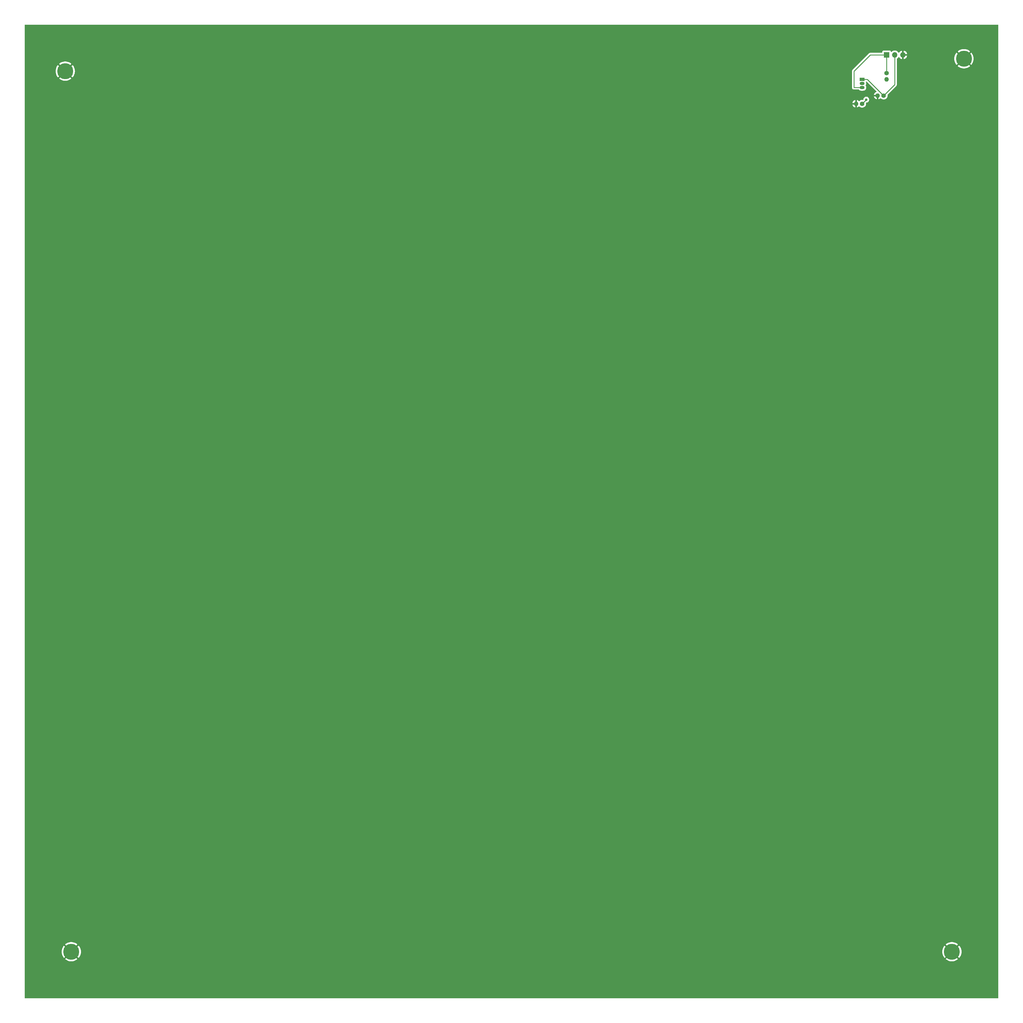
<source format=gbr>
%TF.GenerationSoftware,KiCad,Pcbnew,8.0.0*%
%TF.CreationDate,2024-03-19T23:38:46-04:00*%
%TF.ProjectId,WaterSensor,57617465-7253-4656-9e73-6f722e6b6963,rev?*%
%TF.SameCoordinates,Original*%
%TF.FileFunction,Copper,L2,Bot*%
%TF.FilePolarity,Positive*%
%FSLAX46Y46*%
G04 Gerber Fmt 4.6, Leading zero omitted, Abs format (unit mm)*
G04 Created by KiCad (PCBNEW 8.0.0) date 2024-03-19 23:38:46*
%MOMM*%
%LPD*%
G01*
G04 APERTURE LIST*
%TA.AperFunction,ComponentPad*%
%ADD10C,0.800000*%
%TD*%
%TA.AperFunction,ComponentPad*%
%ADD11C,5.000000*%
%TD*%
%TA.AperFunction,ComponentPad*%
%ADD12C,1.400000*%
%TD*%
%TA.AperFunction,ComponentPad*%
%ADD13O,1.400000X1.400000*%
%TD*%
%TA.AperFunction,ComponentPad*%
%ADD14R,1.700000X1.700000*%
%TD*%
%TA.AperFunction,ComponentPad*%
%ADD15O,1.700000X1.700000*%
%TD*%
%TA.AperFunction,ComponentPad*%
%ADD16R,1.500000X1.050000*%
%TD*%
%TA.AperFunction,ComponentPad*%
%ADD17O,1.500000X1.050000*%
%TD*%
%TA.AperFunction,ViaPad*%
%ADD18C,0.800000*%
%TD*%
%TA.AperFunction,Conductor*%
%ADD19C,0.250000*%
%TD*%
G04 APERTURE END LIST*
D10*
%TO.P,H2,1,1*%
%TO.N,GND*%
X138490000Y-60960000D03*
X139039175Y-59634175D03*
X139039175Y-62285825D03*
X140365000Y-59085000D03*
D11*
X140365000Y-60960000D03*
D10*
X140365000Y-62835000D03*
X141690825Y-59634175D03*
X141690825Y-62285825D03*
X142240000Y-60960000D03*
%TD*%
%TO.P,H4,1,1*%
%TO.N,GND*%
X140365000Y-335280000D03*
X140914175Y-333954175D03*
X140914175Y-336605825D03*
X142240000Y-333405000D03*
D11*
X142240000Y-335280000D03*
D10*
X142240000Y-337155000D03*
X143565825Y-333954175D03*
X143565825Y-336605825D03*
X144115000Y-335280000D03*
%TD*%
%TO.P,H1,1,1*%
%TO.N,GND*%
X418439175Y-57094175D03*
X418988350Y-55768350D03*
X418988350Y-58420000D03*
X420314175Y-55219175D03*
D11*
X420314175Y-57094175D03*
D10*
X420314175Y-58969175D03*
X421640000Y-55768350D03*
X421640000Y-58420000D03*
X422189175Y-57094175D03*
%TD*%
%TO.P,H3,1,1*%
%TO.N,GND*%
X414685000Y-335280000D03*
X415234175Y-333954175D03*
X415234175Y-336605825D03*
X416560000Y-333405000D03*
D11*
X416560000Y-335280000D03*
D10*
X416560000Y-337155000D03*
X417885825Y-333954175D03*
X417885825Y-336605825D03*
X418435000Y-335280000D03*
%TD*%
D12*
%TO.P,R2,1*%
%TO.N,SIG*%
X395327500Y-68580000D03*
D13*
%TO.P,R2,2*%
%TO.N,GND*%
X393427500Y-68580000D03*
%TD*%
D14*
%TO.P,J2,1,Pin_1*%
%TO.N,+5V*%
X396240000Y-55880000D03*
D15*
%TO.P,J2,2,Pin_2*%
%TO.N,SIG*%
X398780000Y-55880000D03*
%TO.P,J2,3,Pin_3*%
%TO.N,GND*%
X401320000Y-55880000D03*
%TD*%
D12*
%TO.P,R3,1*%
%TO.N,PWR_SENSE*%
X388620000Y-71120000D03*
D13*
%TO.P,R3,2*%
%TO.N,GND*%
X386720000Y-71120000D03*
%TD*%
D12*
%TO.P,R1,1*%
%TO.N,+5V*%
X396240000Y-61600000D03*
D13*
%TO.P,R1,2*%
%TO.N,PWR_SENSE*%
X396240000Y-63500000D03*
%TD*%
D16*
%TO.P,Q1,1,E*%
%TO.N,SIG*%
X388620006Y-63500000D03*
D17*
%TO.P,Q1,2,B*%
%TO.N,BASE_SENSE*%
X388620006Y-64770000D03*
%TO.P,Q1,3,C*%
%TO.N,+5V*%
X388620006Y-66040000D03*
%TD*%
D18*
%TO.N,PWR_SENSE*%
X389890000Y-69850000D03*
%TD*%
D19*
%TO.N,SIG*%
X398780000Y-55880000D02*
X398780000Y-65127500D01*
X390247500Y-63500000D02*
X388620006Y-63500000D01*
X398780000Y-65127500D02*
X395327500Y-68580000D01*
X395327500Y-68580000D02*
X390247500Y-63500000D01*
%TO.N,+5V*%
X391160000Y-55880000D02*
X386080000Y-60960000D01*
X396240000Y-55880000D02*
X391160000Y-55880000D01*
X396240000Y-55880000D02*
X396240000Y-61600000D01*
X386080000Y-66040000D02*
X388620006Y-66040000D01*
X386080000Y-60960000D02*
X386080000Y-66040000D01*
%TO.N,PWR_SENSE*%
X388620000Y-71120000D02*
X389890000Y-69850000D01*
%TD*%
%TA.AperFunction,Conductor*%
%TO.N,GND*%
G36*
X430992539Y-46490185D02*
G01*
X431038294Y-46542989D01*
X431049500Y-46594500D01*
X431049500Y-349645500D01*
X431029815Y-349712539D01*
X430977011Y-349758294D01*
X430925500Y-349769500D01*
X127874500Y-349769500D01*
X127807461Y-349749815D01*
X127761706Y-349697011D01*
X127750500Y-349645500D01*
X127750500Y-335280003D01*
X139234916Y-335280003D01*
X139255235Y-335628869D01*
X139255236Y-335628880D01*
X139315914Y-335973002D01*
X139315916Y-335973011D01*
X139416145Y-336307800D01*
X139554555Y-336628670D01*
X139554561Y-336628683D01*
X139729289Y-336931322D01*
X139937967Y-337211625D01*
X139946148Y-337220296D01*
X141196319Y-335970124D01*
X141286554Y-336094320D01*
X141425680Y-336233446D01*
X141549873Y-336323678D01*
X140302818Y-337570733D01*
X140302819Y-337570734D01*
X140445484Y-337690445D01*
X140737461Y-337882480D01*
X141049739Y-338039314D01*
X141049745Y-338039316D01*
X141378130Y-338158838D01*
X141378133Y-338158839D01*
X141718171Y-338239429D01*
X142065276Y-338279999D01*
X142065277Y-338280000D01*
X142414723Y-338280000D01*
X142414723Y-338279999D01*
X142761827Y-338239429D01*
X142761829Y-338239429D01*
X143101866Y-338158839D01*
X143101869Y-338158838D01*
X143430254Y-338039316D01*
X143430260Y-338039314D01*
X143742538Y-337882480D01*
X144034509Y-337690449D01*
X144034510Y-337690448D01*
X144177179Y-337570734D01*
X144177180Y-337570733D01*
X142930126Y-336323678D01*
X143054320Y-336233446D01*
X143193446Y-336094320D01*
X143283678Y-335970126D01*
X144533849Y-337220297D01*
X144533851Y-337220296D01*
X144542022Y-337211636D01*
X144542033Y-337211623D01*
X144750710Y-336931322D01*
X144925438Y-336628683D01*
X144925444Y-336628670D01*
X145063854Y-336307800D01*
X145164083Y-335973011D01*
X145164085Y-335973002D01*
X145224763Y-335628880D01*
X145224764Y-335628869D01*
X145245084Y-335280003D01*
X413554916Y-335280003D01*
X413575235Y-335628869D01*
X413575236Y-335628880D01*
X413635914Y-335973002D01*
X413635916Y-335973011D01*
X413736145Y-336307800D01*
X413874555Y-336628670D01*
X413874561Y-336628683D01*
X414049289Y-336931322D01*
X414257967Y-337211625D01*
X414266148Y-337220296D01*
X415516320Y-335970125D01*
X415606554Y-336094320D01*
X415745680Y-336233446D01*
X415869873Y-336323678D01*
X414622818Y-337570733D01*
X414622819Y-337570734D01*
X414765484Y-337690445D01*
X415057461Y-337882480D01*
X415369739Y-338039314D01*
X415369745Y-338039316D01*
X415698130Y-338158838D01*
X415698133Y-338158839D01*
X416038171Y-338239429D01*
X416385276Y-338279999D01*
X416385277Y-338280000D01*
X416734723Y-338280000D01*
X416734723Y-338279999D01*
X417081827Y-338239429D01*
X417081829Y-338239429D01*
X417421866Y-338158839D01*
X417421869Y-338158838D01*
X417750254Y-338039316D01*
X417750260Y-338039314D01*
X418062538Y-337882480D01*
X418354509Y-337690449D01*
X418354510Y-337690448D01*
X418497179Y-337570734D01*
X418497180Y-337570733D01*
X417250126Y-336323678D01*
X417374320Y-336233446D01*
X417513446Y-336094320D01*
X417603678Y-335970126D01*
X418853849Y-337220297D01*
X418853851Y-337220296D01*
X418862022Y-337211636D01*
X418862033Y-337211623D01*
X419070710Y-336931322D01*
X419245438Y-336628683D01*
X419245444Y-336628670D01*
X419383854Y-336307800D01*
X419484083Y-335973011D01*
X419484085Y-335973002D01*
X419544763Y-335628880D01*
X419544764Y-335628869D01*
X419565084Y-335280003D01*
X419565084Y-335279996D01*
X419544764Y-334931130D01*
X419544763Y-334931119D01*
X419484085Y-334586997D01*
X419484083Y-334586988D01*
X419383854Y-334252199D01*
X419245444Y-333931329D01*
X419245438Y-333931316D01*
X419070710Y-333628677D01*
X418862032Y-333348374D01*
X418853850Y-333339702D01*
X417603678Y-334589873D01*
X417513446Y-334465680D01*
X417374320Y-334326554D01*
X417250125Y-334236320D01*
X418497180Y-332989265D01*
X418497179Y-332989264D01*
X418354519Y-332869557D01*
X418062538Y-332677519D01*
X417750260Y-332520685D01*
X417750254Y-332520683D01*
X417421869Y-332401161D01*
X417421866Y-332401160D01*
X417081828Y-332320570D01*
X416734723Y-332280000D01*
X416385277Y-332280000D01*
X416038172Y-332320570D01*
X416038170Y-332320570D01*
X415698133Y-332401160D01*
X415698130Y-332401161D01*
X415369745Y-332520683D01*
X415369739Y-332520685D01*
X415057461Y-332677519D01*
X414765480Y-332869557D01*
X414622819Y-332989264D01*
X414622818Y-332989265D01*
X415869874Y-334236320D01*
X415745680Y-334326554D01*
X415606554Y-334465680D01*
X415516320Y-334589873D01*
X414266148Y-333339701D01*
X414266147Y-333339702D01*
X414257976Y-333348363D01*
X414257972Y-333348368D01*
X414049289Y-333628677D01*
X413874561Y-333931316D01*
X413874555Y-333931329D01*
X413736145Y-334252199D01*
X413635916Y-334586988D01*
X413635914Y-334586997D01*
X413575236Y-334931119D01*
X413575235Y-334931130D01*
X413554916Y-335279996D01*
X413554916Y-335280003D01*
X145245084Y-335280003D01*
X145245084Y-335279996D01*
X145224764Y-334931130D01*
X145224763Y-334931119D01*
X145164085Y-334586997D01*
X145164083Y-334586988D01*
X145063854Y-334252199D01*
X144925444Y-333931329D01*
X144925438Y-333931316D01*
X144750710Y-333628677D01*
X144542032Y-333348374D01*
X144533850Y-333339702D01*
X143283678Y-334589873D01*
X143193446Y-334465680D01*
X143054320Y-334326554D01*
X142930125Y-334236320D01*
X144177180Y-332989265D01*
X144177179Y-332989264D01*
X144034519Y-332869557D01*
X143742538Y-332677519D01*
X143430260Y-332520685D01*
X143430254Y-332520683D01*
X143101869Y-332401161D01*
X143101866Y-332401160D01*
X142761828Y-332320570D01*
X142414723Y-332280000D01*
X142065277Y-332280000D01*
X141718172Y-332320570D01*
X141718170Y-332320570D01*
X141378133Y-332401160D01*
X141378130Y-332401161D01*
X141049745Y-332520683D01*
X141049739Y-332520685D01*
X140737461Y-332677519D01*
X140445480Y-332869557D01*
X140302819Y-332989264D01*
X140302818Y-332989265D01*
X141549874Y-334236320D01*
X141425680Y-334326554D01*
X141286554Y-334465680D01*
X141196320Y-334589873D01*
X139946148Y-333339701D01*
X139946147Y-333339702D01*
X139937976Y-333348363D01*
X139937972Y-333348368D01*
X139729289Y-333628677D01*
X139554561Y-333931316D01*
X139554555Y-333931329D01*
X139416145Y-334252199D01*
X139315916Y-334586988D01*
X139315914Y-334586997D01*
X139255236Y-334931119D01*
X139255235Y-334931130D01*
X139234916Y-335279996D01*
X139234916Y-335280003D01*
X127750500Y-335280003D01*
X127750500Y-71370000D01*
X385543505Y-71370000D01*
X385596239Y-71555349D01*
X385695368Y-71754425D01*
X385829391Y-71931900D01*
X385993738Y-72081721D01*
X386182820Y-72198797D01*
X386182822Y-72198798D01*
X386390195Y-72279135D01*
X386470000Y-72294052D01*
X386470000Y-71370000D01*
X385543505Y-71370000D01*
X127750500Y-71370000D01*
X127750500Y-71166078D01*
X386370000Y-71166078D01*
X386393852Y-71255095D01*
X386439930Y-71334905D01*
X386505095Y-71400070D01*
X386584905Y-71446148D01*
X386673922Y-71470000D01*
X386766078Y-71470000D01*
X386855095Y-71446148D01*
X386934905Y-71400070D01*
X386970000Y-71364975D01*
X386970000Y-72294052D01*
X387049804Y-72279135D01*
X387257177Y-72198798D01*
X387257179Y-72198797D01*
X387446261Y-72081721D01*
X387581811Y-71958152D01*
X387644615Y-71927535D01*
X387714002Y-71935732D01*
X387753030Y-71962108D01*
X387840221Y-72049299D01*
X387840224Y-72049301D01*
X388013442Y-72170589D01*
X388205090Y-72259956D01*
X388409345Y-72314686D01*
X388559812Y-72327850D01*
X388619998Y-72333116D01*
X388620000Y-72333116D01*
X388620002Y-72333116D01*
X388672663Y-72328508D01*
X388830655Y-72314686D01*
X389034910Y-72259956D01*
X389226558Y-72170589D01*
X389399776Y-72049301D01*
X389549301Y-71899776D01*
X389670589Y-71726558D01*
X389759956Y-71534910D01*
X389814686Y-71330655D01*
X389833116Y-71120000D01*
X389814686Y-70909345D01*
X389814683Y-70909336D01*
X389813748Y-70904023D01*
X389821498Y-70834585D01*
X389865558Y-70780359D01*
X389931941Y-70758562D01*
X389935866Y-70758500D01*
X389985487Y-70758500D01*
X390172288Y-70718794D01*
X390346752Y-70641118D01*
X390501253Y-70528866D01*
X390629040Y-70386944D01*
X390724527Y-70221556D01*
X390783542Y-70039928D01*
X390803504Y-69850000D01*
X390783542Y-69660072D01*
X390724527Y-69478444D01*
X390629040Y-69313056D01*
X390501253Y-69171134D01*
X390346752Y-69058882D01*
X390172288Y-68981206D01*
X390172286Y-68981205D01*
X389985487Y-68941500D01*
X389794513Y-68941500D01*
X389607714Y-68981205D01*
X389433246Y-69058883D01*
X389278745Y-69171135D01*
X389150959Y-69313057D01*
X389055473Y-69478443D01*
X389055470Y-69478450D01*
X388996872Y-69658797D01*
X388996458Y-69660072D01*
X388984412Y-69774684D01*
X388979970Y-69816946D01*
X388953385Y-69881561D01*
X388896088Y-69921545D01*
X388835126Y-69926102D01*
X388830655Y-69925314D01*
X388620002Y-69906884D01*
X388619998Y-69906884D01*
X388409350Y-69925313D01*
X388409339Y-69925315D01*
X388205097Y-69980041D01*
X388205088Y-69980045D01*
X388013443Y-70069410D01*
X388013441Y-70069411D01*
X387840221Y-70190700D01*
X387753030Y-70277892D01*
X387691707Y-70311377D01*
X387622015Y-70306393D01*
X387581811Y-70281848D01*
X387446261Y-70158278D01*
X387257179Y-70041202D01*
X387257177Y-70041201D01*
X387049799Y-69960864D01*
X386970000Y-69945946D01*
X386970000Y-70875025D01*
X386934905Y-70839930D01*
X386855095Y-70793852D01*
X386766078Y-70770000D01*
X386673922Y-70770000D01*
X386584905Y-70793852D01*
X386505095Y-70839930D01*
X386439930Y-70905095D01*
X386393852Y-70984905D01*
X386370000Y-71073922D01*
X386370000Y-71166078D01*
X127750500Y-71166078D01*
X127750500Y-70870000D01*
X385543505Y-70870000D01*
X386470000Y-70870000D01*
X386470000Y-69945946D01*
X386390200Y-69960864D01*
X386182822Y-70041201D01*
X386182820Y-70041202D01*
X385993738Y-70158278D01*
X385829391Y-70308099D01*
X385695368Y-70485574D01*
X385596239Y-70684650D01*
X385543505Y-70870000D01*
X127750500Y-70870000D01*
X127750500Y-68830000D01*
X392251005Y-68830000D01*
X392303739Y-69015349D01*
X392402868Y-69214425D01*
X392536891Y-69391900D01*
X392701238Y-69541721D01*
X392890320Y-69658797D01*
X392890322Y-69658798D01*
X393097695Y-69739135D01*
X393177500Y-69754052D01*
X393177500Y-68830000D01*
X392251005Y-68830000D01*
X127750500Y-68830000D01*
X127750500Y-66102398D01*
X385446500Y-66102398D01*
X385470843Y-66224777D01*
X385470845Y-66224785D01*
X385518598Y-66340072D01*
X385518603Y-66340081D01*
X385587928Y-66443832D01*
X385587931Y-66443836D01*
X385676163Y-66532068D01*
X385676167Y-66532071D01*
X385779918Y-66601396D01*
X385779924Y-66601399D01*
X385779925Y-66601400D01*
X385895215Y-66649155D01*
X386017601Y-66673499D01*
X386017605Y-66673500D01*
X386017606Y-66673500D01*
X386142394Y-66673500D01*
X387515553Y-66673500D01*
X387582592Y-66693185D01*
X387603234Y-66709819D01*
X387736184Y-66842769D01*
X387736188Y-66842772D01*
X387905453Y-66955872D01*
X387905466Y-66955879D01*
X388093540Y-67033781D01*
X388093545Y-67033783D01*
X388293210Y-67073499D01*
X388293213Y-67073500D01*
X388293215Y-67073500D01*
X388946799Y-67073500D01*
X388946800Y-67073499D01*
X389146467Y-67033783D01*
X389334552Y-66955876D01*
X389503824Y-66842772D01*
X389647778Y-66698818D01*
X389760882Y-66529546D01*
X389838789Y-66341461D01*
X389878506Y-66141791D01*
X389878506Y-65938209D01*
X389878506Y-65938206D01*
X389878505Y-65938204D01*
X389838790Y-65738546D01*
X389838789Y-65738539D01*
X389838787Y-65738534D01*
X389760885Y-65550460D01*
X389760883Y-65550457D01*
X389760882Y-65550454D01*
X389709721Y-65473887D01*
X389688845Y-65407214D01*
X389707329Y-65339834D01*
X389709685Y-65336167D01*
X389760882Y-65259546D01*
X389838789Y-65071461D01*
X389878506Y-64871791D01*
X389878506Y-64668209D01*
X389878506Y-64668206D01*
X389878505Y-64668204D01*
X389838789Y-64468539D01*
X389806813Y-64391343D01*
X389799345Y-64321875D01*
X389817754Y-64279589D01*
X389816646Y-64278984D01*
X389820890Y-64271209D01*
X389820895Y-64271204D01*
X389835482Y-64232094D01*
X389877352Y-64176162D01*
X389942816Y-64151745D01*
X390011089Y-64166596D01*
X390039344Y-64187748D01*
X393089098Y-67237502D01*
X393122583Y-67298825D01*
X393117599Y-67368517D01*
X393075727Y-67424450D01*
X393046211Y-67440810D01*
X392890322Y-67501201D01*
X392890320Y-67501202D01*
X392701238Y-67618278D01*
X392536891Y-67768099D01*
X392402868Y-67945574D01*
X392303739Y-68144650D01*
X392251005Y-68330000D01*
X393182525Y-68330000D01*
X393147430Y-68365095D01*
X393101352Y-68444905D01*
X393077500Y-68533922D01*
X393077500Y-68626078D01*
X393101352Y-68715095D01*
X393147430Y-68794905D01*
X393212595Y-68860070D01*
X393292405Y-68906148D01*
X393381422Y-68930000D01*
X393473578Y-68930000D01*
X393562595Y-68906148D01*
X393642405Y-68860070D01*
X393677500Y-68824975D01*
X393677500Y-69754052D01*
X393757304Y-69739135D01*
X393964677Y-69658798D01*
X393964679Y-69658797D01*
X394153761Y-69541721D01*
X394289311Y-69418152D01*
X394352115Y-69387535D01*
X394421502Y-69395732D01*
X394460530Y-69422108D01*
X394547721Y-69509299D01*
X394547724Y-69509301D01*
X394720942Y-69630589D01*
X394912590Y-69719956D01*
X395116845Y-69774686D01*
X395267312Y-69787850D01*
X395327498Y-69793116D01*
X395327500Y-69793116D01*
X395327502Y-69793116D01*
X395380163Y-69788508D01*
X395538155Y-69774686D01*
X395742410Y-69719956D01*
X395934058Y-69630589D01*
X396107276Y-69509301D01*
X396256801Y-69359776D01*
X396378089Y-69186558D01*
X396467456Y-68994910D01*
X396522186Y-68790655D01*
X396540616Y-68580000D01*
X396522186Y-68369345D01*
X396522093Y-68368997D01*
X396522096Y-68368839D01*
X396521245Y-68364008D01*
X396522215Y-68363836D01*
X396523752Y-68299148D01*
X396554183Y-68249219D01*
X399272071Y-65531333D01*
X399341400Y-65427575D01*
X399389155Y-65312285D01*
X399413500Y-65189894D01*
X399413500Y-65065107D01*
X399413500Y-57155729D01*
X399433185Y-57088690D01*
X399478484Y-57046674D01*
X399525566Y-57021195D01*
X399525569Y-57021192D01*
X399525576Y-57021189D01*
X399703240Y-56882906D01*
X399824594Y-56751082D01*
X399855715Y-56717276D01*
X399855715Y-56717275D01*
X399855722Y-56717268D01*
X399949749Y-56573347D01*
X400002894Y-56527994D01*
X400072125Y-56518570D01*
X400135461Y-56548072D01*
X400155130Y-56570048D01*
X400281890Y-56751078D01*
X400448917Y-56918105D01*
X400642421Y-57053600D01*
X400856507Y-57153429D01*
X400856516Y-57153433D01*
X401070000Y-57210634D01*
X401070000Y-56313012D01*
X401127007Y-56345925D01*
X401254174Y-56380000D01*
X401385826Y-56380000D01*
X401512993Y-56345925D01*
X401570000Y-56313012D01*
X401570000Y-57210633D01*
X401783483Y-57153433D01*
X401783492Y-57153429D01*
X401910557Y-57094178D01*
X417309091Y-57094178D01*
X417329410Y-57443044D01*
X417329411Y-57443055D01*
X417390089Y-57787177D01*
X417390091Y-57787186D01*
X417490320Y-58121975D01*
X417628730Y-58442845D01*
X417628736Y-58442858D01*
X417803464Y-58745497D01*
X418012142Y-59025800D01*
X418020323Y-59034471D01*
X419270494Y-57784299D01*
X419360729Y-57908495D01*
X419499855Y-58047621D01*
X419624048Y-58137853D01*
X418376993Y-59384908D01*
X418376994Y-59384909D01*
X418519659Y-59504620D01*
X418811636Y-59696655D01*
X419123914Y-59853489D01*
X419123920Y-59853491D01*
X419452305Y-59973013D01*
X419452308Y-59973014D01*
X419792346Y-60053604D01*
X420139451Y-60094174D01*
X420139452Y-60094175D01*
X420488898Y-60094175D01*
X420488898Y-60094174D01*
X420836002Y-60053604D01*
X420836004Y-60053604D01*
X421176041Y-59973014D01*
X421176044Y-59973013D01*
X421504429Y-59853491D01*
X421504435Y-59853489D01*
X421816713Y-59696655D01*
X422108684Y-59504624D01*
X422108685Y-59504623D01*
X422251354Y-59384909D01*
X422251355Y-59384908D01*
X421004301Y-58137853D01*
X421128495Y-58047621D01*
X421267621Y-57908495D01*
X421357853Y-57784301D01*
X422608024Y-59034472D01*
X422608026Y-59034471D01*
X422616197Y-59025811D01*
X422616208Y-59025798D01*
X422824885Y-58745497D01*
X422999613Y-58442858D01*
X422999619Y-58442845D01*
X423138029Y-58121975D01*
X423238258Y-57787186D01*
X423238260Y-57787177D01*
X423298938Y-57443055D01*
X423298939Y-57443044D01*
X423319259Y-57094178D01*
X423319259Y-57094171D01*
X423298939Y-56745305D01*
X423298938Y-56745294D01*
X423238260Y-56401172D01*
X423238258Y-56401163D01*
X423138029Y-56066374D01*
X422999619Y-55745504D01*
X422999613Y-55745491D01*
X422824885Y-55442852D01*
X422616207Y-55162549D01*
X422608025Y-55153877D01*
X421357853Y-56404048D01*
X421267621Y-56279855D01*
X421128495Y-56140729D01*
X421004300Y-56050495D01*
X422251355Y-54803440D01*
X422251354Y-54803439D01*
X422108694Y-54683732D01*
X421816713Y-54491694D01*
X421504435Y-54334860D01*
X421504429Y-54334858D01*
X421176044Y-54215336D01*
X421176041Y-54215335D01*
X420836003Y-54134745D01*
X420488898Y-54094175D01*
X420139452Y-54094175D01*
X419792347Y-54134745D01*
X419792345Y-54134745D01*
X419452308Y-54215335D01*
X419452305Y-54215336D01*
X419123920Y-54334858D01*
X419123914Y-54334860D01*
X418811636Y-54491694D01*
X418519655Y-54683732D01*
X418376994Y-54803439D01*
X418376993Y-54803440D01*
X419624049Y-56050495D01*
X419499855Y-56140729D01*
X419360729Y-56279855D01*
X419270495Y-56404048D01*
X418020323Y-55153876D01*
X418020322Y-55153877D01*
X418012151Y-55162538D01*
X418012147Y-55162543D01*
X417803464Y-55442852D01*
X417628736Y-55745491D01*
X417628730Y-55745504D01*
X417490320Y-56066374D01*
X417390091Y-56401163D01*
X417390089Y-56401172D01*
X417329411Y-56745294D01*
X417329410Y-56745305D01*
X417309091Y-57094171D01*
X417309091Y-57094178D01*
X401910557Y-57094178D01*
X401997578Y-57053600D01*
X402191082Y-56918105D01*
X402358105Y-56751082D01*
X402493600Y-56557578D01*
X402593429Y-56343492D01*
X402593432Y-56343486D01*
X402650636Y-56130000D01*
X401753012Y-56130000D01*
X401785925Y-56072993D01*
X401820000Y-55945826D01*
X401820000Y-55814174D01*
X401785925Y-55687007D01*
X401753012Y-55630000D01*
X402650636Y-55630000D01*
X402650635Y-55629999D01*
X402593432Y-55416513D01*
X402593429Y-55416507D01*
X402493600Y-55202422D01*
X402493599Y-55202420D01*
X402358113Y-55008926D01*
X402358108Y-55008920D01*
X402191082Y-54841894D01*
X401997578Y-54706399D01*
X401783492Y-54606570D01*
X401783486Y-54606567D01*
X401570000Y-54549364D01*
X401570000Y-55446988D01*
X401512993Y-55414075D01*
X401385826Y-55380000D01*
X401254174Y-55380000D01*
X401127007Y-55414075D01*
X401070000Y-55446988D01*
X401070000Y-54549364D01*
X401069999Y-54549364D01*
X400856513Y-54606567D01*
X400856507Y-54606570D01*
X400642422Y-54706399D01*
X400642420Y-54706400D01*
X400448926Y-54841886D01*
X400448920Y-54841891D01*
X400281891Y-55008920D01*
X400281890Y-55008922D01*
X400155131Y-55189952D01*
X400100554Y-55233577D01*
X400031055Y-55240769D01*
X399968701Y-55209247D01*
X399949752Y-55186656D01*
X399855722Y-55042732D01*
X399855715Y-55042725D01*
X399855715Y-55042723D01*
X399703243Y-54877097D01*
X399703238Y-54877092D01*
X399525577Y-54738812D01*
X399525572Y-54738808D01*
X399327580Y-54631661D01*
X399327577Y-54631659D01*
X399327574Y-54631658D01*
X399327571Y-54631657D01*
X399327569Y-54631656D01*
X399114637Y-54558556D01*
X398892569Y-54521500D01*
X398667431Y-54521500D01*
X398445362Y-54558556D01*
X398232430Y-54631656D01*
X398232419Y-54631661D01*
X398034427Y-54738808D01*
X398034422Y-54738812D01*
X397856761Y-54877092D01*
X397793548Y-54945760D01*
X397733661Y-54981750D01*
X397663823Y-54979649D01*
X397606207Y-54940124D01*
X397586138Y-54905110D01*
X397540889Y-54783796D01*
X397507214Y-54738812D01*
X397453261Y-54666739D01*
X397336204Y-54579111D01*
X397199203Y-54528011D01*
X397138654Y-54521500D01*
X397138638Y-54521500D01*
X395341362Y-54521500D01*
X395341345Y-54521500D01*
X395280797Y-54528011D01*
X395280795Y-54528011D01*
X395143795Y-54579111D01*
X395026739Y-54666739D01*
X394939111Y-54783795D01*
X394888011Y-54920795D01*
X394888011Y-54920797D01*
X394881500Y-54981345D01*
X394881500Y-55122500D01*
X394861815Y-55189539D01*
X394809011Y-55235294D01*
X394757500Y-55246500D01*
X391097601Y-55246500D01*
X390975222Y-55270843D01*
X390975214Y-55270845D01*
X390859927Y-55318598D01*
X390859918Y-55318603D01*
X390756167Y-55387928D01*
X390756163Y-55387931D01*
X386835419Y-59308677D01*
X385676167Y-60467929D01*
X385640372Y-60503724D01*
X385587927Y-60556168D01*
X385518603Y-60659918D01*
X385518598Y-60659927D01*
X385470845Y-60775214D01*
X385470843Y-60775222D01*
X385446500Y-60897601D01*
X385446500Y-66102398D01*
X127750500Y-66102398D01*
X127750500Y-60960003D01*
X137359916Y-60960003D01*
X137380235Y-61308869D01*
X137380236Y-61308880D01*
X137440914Y-61653002D01*
X137440916Y-61653011D01*
X137541145Y-61987800D01*
X137679555Y-62308670D01*
X137679561Y-62308683D01*
X137854289Y-62611322D01*
X138062967Y-62891625D01*
X138071148Y-62900296D01*
X139321320Y-61650125D01*
X139411554Y-61774320D01*
X139550680Y-61913446D01*
X139674873Y-62003678D01*
X138427818Y-63250733D01*
X138427819Y-63250734D01*
X138570484Y-63370445D01*
X138862461Y-63562480D01*
X139174739Y-63719314D01*
X139174745Y-63719316D01*
X139503130Y-63838838D01*
X139503133Y-63838839D01*
X139843171Y-63919429D01*
X140190276Y-63959999D01*
X140190277Y-63960000D01*
X140539723Y-63960000D01*
X140539723Y-63959999D01*
X140886827Y-63919429D01*
X140886829Y-63919429D01*
X141226866Y-63838839D01*
X141226869Y-63838838D01*
X141555254Y-63719316D01*
X141555260Y-63719314D01*
X141867538Y-63562480D01*
X142159509Y-63370449D01*
X142159510Y-63370448D01*
X142302179Y-63250734D01*
X142302180Y-63250733D01*
X141055126Y-62003678D01*
X141179320Y-61913446D01*
X141318446Y-61774320D01*
X141408678Y-61650126D01*
X142658849Y-62900297D01*
X142658851Y-62900296D01*
X142667022Y-62891636D01*
X142667033Y-62891623D01*
X142875710Y-62611322D01*
X143050438Y-62308683D01*
X143050444Y-62308670D01*
X143188854Y-61987800D01*
X143289083Y-61653011D01*
X143289085Y-61653002D01*
X143349763Y-61308880D01*
X143349764Y-61308869D01*
X143370084Y-60960003D01*
X143370084Y-60959996D01*
X143349764Y-60611130D01*
X143349763Y-60611119D01*
X143289085Y-60266997D01*
X143289083Y-60266988D01*
X143188854Y-59932199D01*
X143050444Y-59611329D01*
X143050438Y-59611316D01*
X142875710Y-59308677D01*
X142667032Y-59028374D01*
X142658850Y-59019702D01*
X141408678Y-60269873D01*
X141318446Y-60145680D01*
X141179320Y-60006554D01*
X141055125Y-59916320D01*
X142302180Y-58669265D01*
X142302179Y-58669264D01*
X142159519Y-58549557D01*
X141867538Y-58357519D01*
X141555260Y-58200685D01*
X141555254Y-58200683D01*
X141226869Y-58081161D01*
X141226866Y-58081160D01*
X140886828Y-58000570D01*
X140539723Y-57960000D01*
X140190277Y-57960000D01*
X139843172Y-58000570D01*
X139843170Y-58000570D01*
X139503133Y-58081160D01*
X139503130Y-58081161D01*
X139174745Y-58200683D01*
X139174739Y-58200685D01*
X138862461Y-58357519D01*
X138570480Y-58549557D01*
X138427819Y-58669264D01*
X138427818Y-58669265D01*
X139674874Y-59916320D01*
X139550680Y-60006554D01*
X139411554Y-60145680D01*
X139321320Y-60269873D01*
X138071148Y-59019701D01*
X138071147Y-59019702D01*
X138062976Y-59028363D01*
X138062972Y-59028368D01*
X137854289Y-59308677D01*
X137679561Y-59611316D01*
X137679555Y-59611329D01*
X137541145Y-59932199D01*
X137440916Y-60266988D01*
X137440914Y-60266997D01*
X137380236Y-60611119D01*
X137380235Y-60611130D01*
X137359916Y-60959996D01*
X137359916Y-60960003D01*
X127750500Y-60960003D01*
X127750500Y-46594500D01*
X127770185Y-46527461D01*
X127822989Y-46481706D01*
X127874500Y-46470500D01*
X430925500Y-46470500D01*
X430992539Y-46490185D01*
G37*
%TD.AperFunction*%
%TD*%
M02*

</source>
